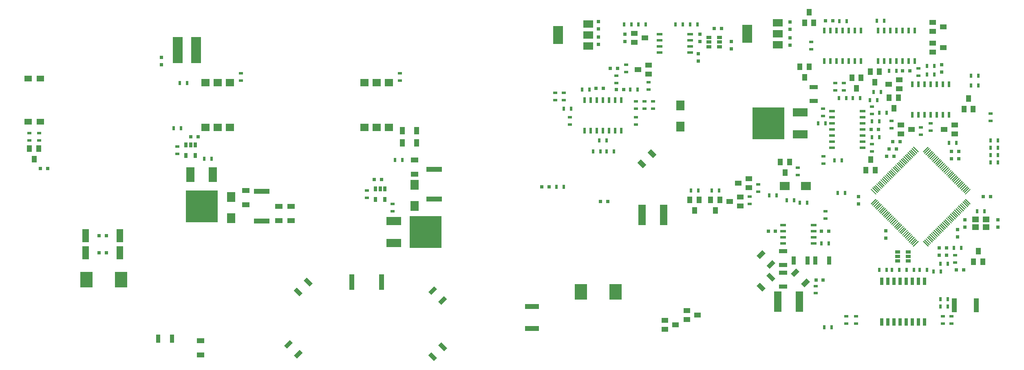
<source format=gbr>
G04 #@! TF.FileFunction,Paste,Top*
%FSLAX46Y46*%
G04 Gerber Fmt 4.6, Leading zero omitted, Abs format (unit mm)*
G04 Created by KiCad (PCBNEW 4.0.2-stable) date 07/03/2018 11:08:36*
%MOMM*%
G01*
G04 APERTURE LIST*
%ADD10C,0.100000*%
%ADD11R,0.900000X0.500000*%
%ADD12R,0.500000X0.900000*%
%ADD13R,0.800000X0.750000*%
%ADD14R,1.600000X1.000000*%
%ADD15R,1.000000X1.600000*%
%ADD16R,3.000000X1.000000*%
%ADD17R,1.400000X1.150000*%
%ADD18R,0.508000X1.143000*%
%ADD19R,2.000000X3.800000*%
%ADD20R,2.000000X1.500000*%
%ADD21R,1.143000X0.508000*%
%ADD22R,1.060000X0.650000*%
%ADD23R,0.650000X1.060000*%
%ADD24R,1.780000X1.520000*%
%ADD25R,0.760000X1.650000*%
%ADD26R,3.200000X1.000000*%
%ADD27R,0.900000X1.700000*%
%ADD28R,1.000000X3.200000*%
%ADD29R,1.700000X0.900000*%
%ADD30R,3.048000X1.651000*%
%ADD31R,6.700520X6.700520*%
%ADD32R,1.000000X1.400000*%
%ADD33R,1.651000X3.048000*%
%ADD34R,1.400000X1.000000*%
%ADD35R,1.500000X4.200000*%
%ADD36R,1.470000X2.770000*%
%ADD37R,1.800000X2.100000*%
%ADD38R,2.100000X1.800000*%
%ADD39R,2.600000X3.200000*%
%ADD40R,1.000000X3.000000*%
%ADD41R,0.750000X0.800000*%
%ADD42R,2.148840X5.499100*%
%ADD43R,1.498600X1.297940*%
G04 APERTURE END LIST*
D10*
D11*
X267462000Y-194806000D03*
X267462000Y-193306000D03*
D12*
X259600000Y-192024000D03*
X261100000Y-192024000D03*
D11*
X269240000Y-190766000D03*
X269240000Y-192266000D03*
D12*
X282396500Y-203073000D03*
X283896500Y-203073000D03*
D13*
X236486000Y-194310000D03*
X237986000Y-194310000D03*
D14*
X197866000Y-185698000D03*
X197866000Y-188698000D03*
D15*
X198350000Y-182118000D03*
X195350000Y-182118000D03*
D16*
X222250000Y-220740000D03*
X222250000Y-216140000D03*
D14*
X153416000Y-226290000D03*
X153416000Y-223290000D03*
X162814000Y-195048000D03*
X162814000Y-192048000D03*
D13*
X152896000Y-180848000D03*
X151396000Y-180848000D03*
X292747000Y-179324000D03*
X294247000Y-179324000D03*
X281253500Y-210629500D03*
X282753500Y-210629500D03*
D17*
X314368000Y-199682000D03*
X314368000Y-198082000D03*
X316568000Y-198082000D03*
X316568000Y-199682000D03*
D18*
X282956000Y-165100000D03*
X284226000Y-165100000D03*
X285496000Y-165100000D03*
X286766000Y-165100000D03*
X288036000Y-165100000D03*
X289306000Y-165100000D03*
X290576000Y-165100000D03*
X290576000Y-158750000D03*
X289306000Y-158750000D03*
X286766000Y-158750000D03*
X285496000Y-158750000D03*
X284226000Y-158750000D03*
X282956000Y-158750000D03*
X288036000Y-158750000D03*
X294132000Y-165100000D03*
X295402000Y-165100000D03*
X296672000Y-165100000D03*
X297942000Y-165100000D03*
X299212000Y-165100000D03*
X300482000Y-165100000D03*
X301752000Y-165100000D03*
X301752000Y-158750000D03*
X300482000Y-158750000D03*
X297942000Y-158750000D03*
X296672000Y-158750000D03*
X295402000Y-158750000D03*
X294132000Y-158750000D03*
X299212000Y-158750000D03*
D10*
G36*
X301558218Y-182903844D02*
X302599928Y-183945554D01*
X302438284Y-184107198D01*
X301396574Y-183065488D01*
X301558218Y-182903844D01*
X301558218Y-182903844D01*
G37*
G36*
X301270850Y-183191212D02*
X302312560Y-184232922D01*
X302150916Y-184394566D01*
X301109206Y-183352856D01*
X301270850Y-183191212D01*
X301270850Y-183191212D01*
G37*
G36*
X301001442Y-183460620D02*
X302043152Y-184502330D01*
X301881508Y-184663974D01*
X300839798Y-183622264D01*
X301001442Y-183460620D01*
X301001442Y-183460620D01*
G37*
G36*
X300714074Y-183747988D02*
X301755784Y-184789698D01*
X301594140Y-184951342D01*
X300552430Y-183909632D01*
X300714074Y-183747988D01*
X300714074Y-183747988D01*
G37*
G36*
X300426706Y-184035356D02*
X301468416Y-185077066D01*
X301306772Y-185238710D01*
X300265062Y-184197000D01*
X300426706Y-184035356D01*
X300426706Y-184035356D01*
G37*
G36*
X300139337Y-184322724D02*
X301181047Y-185364434D01*
X301019403Y-185526078D01*
X299977693Y-184484368D01*
X300139337Y-184322724D01*
X300139337Y-184322724D01*
G37*
G36*
X299869930Y-184592132D02*
X300911640Y-185633842D01*
X300749996Y-185795486D01*
X299708286Y-184753776D01*
X299869930Y-184592132D01*
X299869930Y-184592132D01*
G37*
G36*
X299582561Y-184879500D02*
X300624271Y-185921210D01*
X300462627Y-186082854D01*
X299420917Y-185041144D01*
X299582561Y-184879500D01*
X299582561Y-184879500D01*
G37*
G36*
X299295193Y-185166868D02*
X300336903Y-186208578D01*
X300175259Y-186370222D01*
X299133549Y-185328512D01*
X299295193Y-185166868D01*
X299295193Y-185166868D01*
G37*
G36*
X299007825Y-185454237D02*
X300049535Y-186495947D01*
X299887891Y-186657591D01*
X298846181Y-185615881D01*
X299007825Y-185454237D01*
X299007825Y-185454237D01*
G37*
G36*
X298738417Y-185723644D02*
X299780127Y-186765354D01*
X299618483Y-186926998D01*
X298576773Y-185885288D01*
X298738417Y-185723644D01*
X298738417Y-185723644D01*
G37*
G36*
X298451049Y-186011012D02*
X299492759Y-187052722D01*
X299331115Y-187214366D01*
X298289405Y-186172656D01*
X298451049Y-186011012D01*
X298451049Y-186011012D01*
G37*
G36*
X298163681Y-186298381D02*
X299205391Y-187340091D01*
X299043747Y-187501735D01*
X298002037Y-186460025D01*
X298163681Y-186298381D01*
X298163681Y-186298381D01*
G37*
G36*
X297876313Y-186585749D02*
X298918023Y-187627459D01*
X298756379Y-187789103D01*
X297714669Y-186747393D01*
X297876313Y-186585749D01*
X297876313Y-186585749D01*
G37*
G36*
X297606905Y-186855157D02*
X298648615Y-187896867D01*
X298486971Y-188058511D01*
X297445261Y-187016801D01*
X297606905Y-186855157D01*
X297606905Y-186855157D01*
G37*
G36*
X297319537Y-187142525D02*
X298361247Y-188184235D01*
X298199603Y-188345879D01*
X297157893Y-187304169D01*
X297319537Y-187142525D01*
X297319537Y-187142525D01*
G37*
G36*
X297032169Y-187429893D02*
X298073879Y-188471603D01*
X297912235Y-188633247D01*
X296870525Y-187591537D01*
X297032169Y-187429893D01*
X297032169Y-187429893D01*
G37*
G36*
X296744801Y-187717261D02*
X297786511Y-188758971D01*
X297624867Y-188920615D01*
X296583157Y-187878905D01*
X296744801Y-187717261D01*
X296744801Y-187717261D01*
G37*
G36*
X296475393Y-187986669D02*
X297517103Y-189028379D01*
X297355459Y-189190023D01*
X296313749Y-188148313D01*
X296475393Y-187986669D01*
X296475393Y-187986669D01*
G37*
G36*
X296188025Y-188274037D02*
X297229735Y-189315747D01*
X297068091Y-189477391D01*
X296026381Y-188435681D01*
X296188025Y-188274037D01*
X296188025Y-188274037D01*
G37*
G36*
X295900656Y-188561405D02*
X296942366Y-189603115D01*
X296780722Y-189764759D01*
X295739012Y-188723049D01*
X295900656Y-188561405D01*
X295900656Y-188561405D01*
G37*
G36*
X295613288Y-188848773D02*
X296654998Y-189890483D01*
X296493354Y-190052127D01*
X295451644Y-189010417D01*
X295613288Y-188848773D01*
X295613288Y-188848773D01*
G37*
G36*
X295343881Y-189118181D02*
X296385591Y-190159891D01*
X296223947Y-190321535D01*
X295182237Y-189279825D01*
X295343881Y-189118181D01*
X295343881Y-189118181D01*
G37*
G36*
X295056512Y-189405549D02*
X296098222Y-190447259D01*
X295936578Y-190608903D01*
X294894868Y-189567193D01*
X295056512Y-189405549D01*
X295056512Y-189405549D01*
G37*
G36*
X294769144Y-189692917D02*
X295810854Y-190734627D01*
X295649210Y-190896271D01*
X294607500Y-189854561D01*
X294769144Y-189692917D01*
X294769144Y-189692917D01*
G37*
G36*
X294481776Y-189980286D02*
X295523486Y-191021996D01*
X295361842Y-191183640D01*
X294320132Y-190141930D01*
X294481776Y-189980286D01*
X294481776Y-189980286D01*
G37*
G36*
X294212368Y-190249693D02*
X295254078Y-191291403D01*
X295092434Y-191453047D01*
X294050724Y-190411337D01*
X294212368Y-190249693D01*
X294212368Y-190249693D01*
G37*
G36*
X293925000Y-190537062D02*
X294966710Y-191578772D01*
X294805066Y-191740416D01*
X293763356Y-190698706D01*
X293925000Y-190537062D01*
X293925000Y-190537062D01*
G37*
G36*
X293637632Y-190824430D02*
X294679342Y-191866140D01*
X294517698Y-192027784D01*
X293475988Y-190986074D01*
X293637632Y-190824430D01*
X293637632Y-190824430D01*
G37*
G36*
X293350264Y-191111798D02*
X294391974Y-192153508D01*
X294230330Y-192315152D01*
X293188620Y-191273442D01*
X293350264Y-191111798D01*
X293350264Y-191111798D01*
G37*
G36*
X293080856Y-191381206D02*
X294122566Y-192422916D01*
X293960922Y-192584560D01*
X292919212Y-191542850D01*
X293080856Y-191381206D01*
X293080856Y-191381206D01*
G37*
G36*
X292793488Y-191668574D02*
X293835198Y-192710284D01*
X293673554Y-192871928D01*
X292631844Y-191830218D01*
X292793488Y-191668574D01*
X292793488Y-191668574D01*
G37*
G36*
X293835198Y-193877716D02*
X292793488Y-194919426D01*
X292631844Y-194757782D01*
X293673554Y-193716072D01*
X293835198Y-193877716D01*
X293835198Y-193877716D01*
G37*
G36*
X294122566Y-194165084D02*
X293080856Y-195206794D01*
X292919212Y-195045150D01*
X293960922Y-194003440D01*
X294122566Y-194165084D01*
X294122566Y-194165084D01*
G37*
G36*
X294391974Y-194434492D02*
X293350264Y-195476202D01*
X293188620Y-195314558D01*
X294230330Y-194272848D01*
X294391974Y-194434492D01*
X294391974Y-194434492D01*
G37*
G36*
X294679342Y-194721860D02*
X293637632Y-195763570D01*
X293475988Y-195601926D01*
X294517698Y-194560216D01*
X294679342Y-194721860D01*
X294679342Y-194721860D01*
G37*
G36*
X294966710Y-195009228D02*
X293925000Y-196050938D01*
X293763356Y-195889294D01*
X294805066Y-194847584D01*
X294966710Y-195009228D01*
X294966710Y-195009228D01*
G37*
G36*
X295254078Y-195296597D02*
X294212368Y-196338307D01*
X294050724Y-196176663D01*
X295092434Y-195134953D01*
X295254078Y-195296597D01*
X295254078Y-195296597D01*
G37*
G36*
X295523486Y-195566004D02*
X294481776Y-196607714D01*
X294320132Y-196446070D01*
X295361842Y-195404360D01*
X295523486Y-195566004D01*
X295523486Y-195566004D01*
G37*
G36*
X295810854Y-195853373D02*
X294769144Y-196895083D01*
X294607500Y-196733439D01*
X295649210Y-195691729D01*
X295810854Y-195853373D01*
X295810854Y-195853373D01*
G37*
G36*
X296098222Y-196140741D02*
X295056512Y-197182451D01*
X294894868Y-197020807D01*
X295936578Y-195979097D01*
X296098222Y-196140741D01*
X296098222Y-196140741D01*
G37*
G36*
X296385591Y-196428109D02*
X295343881Y-197469819D01*
X295182237Y-197308175D01*
X296223947Y-196266465D01*
X296385591Y-196428109D01*
X296385591Y-196428109D01*
G37*
G36*
X296654998Y-196697517D02*
X295613288Y-197739227D01*
X295451644Y-197577583D01*
X296493354Y-196535873D01*
X296654998Y-196697517D01*
X296654998Y-196697517D01*
G37*
G36*
X296942366Y-196984885D02*
X295900656Y-198026595D01*
X295739012Y-197864951D01*
X296780722Y-196823241D01*
X296942366Y-196984885D01*
X296942366Y-196984885D01*
G37*
G36*
X297229735Y-197272253D02*
X296188025Y-198313963D01*
X296026381Y-198152319D01*
X297068091Y-197110609D01*
X297229735Y-197272253D01*
X297229735Y-197272253D01*
G37*
G36*
X297517103Y-197559621D02*
X296475393Y-198601331D01*
X296313749Y-198439687D01*
X297355459Y-197397977D01*
X297517103Y-197559621D01*
X297517103Y-197559621D01*
G37*
G36*
X297786511Y-197829029D02*
X296744801Y-198870739D01*
X296583157Y-198709095D01*
X297624867Y-197667385D01*
X297786511Y-197829029D01*
X297786511Y-197829029D01*
G37*
G36*
X298073879Y-198116397D02*
X297032169Y-199158107D01*
X296870525Y-198996463D01*
X297912235Y-197954753D01*
X298073879Y-198116397D01*
X298073879Y-198116397D01*
G37*
G36*
X298361247Y-198403765D02*
X297319537Y-199445475D01*
X297157893Y-199283831D01*
X298199603Y-198242121D01*
X298361247Y-198403765D01*
X298361247Y-198403765D01*
G37*
G36*
X298648615Y-198691133D02*
X297606905Y-199732843D01*
X297445261Y-199571199D01*
X298486971Y-198529489D01*
X298648615Y-198691133D01*
X298648615Y-198691133D01*
G37*
G36*
X298918023Y-198960541D02*
X297876313Y-200002251D01*
X297714669Y-199840607D01*
X298756379Y-198798897D01*
X298918023Y-198960541D01*
X298918023Y-198960541D01*
G37*
G36*
X299205391Y-199247909D02*
X298163681Y-200289619D01*
X298002037Y-200127975D01*
X299043747Y-199086265D01*
X299205391Y-199247909D01*
X299205391Y-199247909D01*
G37*
G36*
X299492759Y-199535278D02*
X298451049Y-200576988D01*
X298289405Y-200415344D01*
X299331115Y-199373634D01*
X299492759Y-199535278D01*
X299492759Y-199535278D01*
G37*
G36*
X299780127Y-199822646D02*
X298738417Y-200864356D01*
X298576773Y-200702712D01*
X299618483Y-199661002D01*
X299780127Y-199822646D01*
X299780127Y-199822646D01*
G37*
G36*
X300049535Y-200092053D02*
X299007825Y-201133763D01*
X298846181Y-200972119D01*
X299887891Y-199930409D01*
X300049535Y-200092053D01*
X300049535Y-200092053D01*
G37*
G36*
X300336903Y-200379422D02*
X299295193Y-201421132D01*
X299133549Y-201259488D01*
X300175259Y-200217778D01*
X300336903Y-200379422D01*
X300336903Y-200379422D01*
G37*
G36*
X300624271Y-200666790D02*
X299582561Y-201708500D01*
X299420917Y-201546856D01*
X300462627Y-200505146D01*
X300624271Y-200666790D01*
X300624271Y-200666790D01*
G37*
G36*
X300911640Y-200954158D02*
X299869930Y-201995868D01*
X299708286Y-201834224D01*
X300749996Y-200792514D01*
X300911640Y-200954158D01*
X300911640Y-200954158D01*
G37*
G36*
X301181047Y-201223566D02*
X300139337Y-202265276D01*
X299977693Y-202103632D01*
X301019403Y-201061922D01*
X301181047Y-201223566D01*
X301181047Y-201223566D01*
G37*
G36*
X301468416Y-201510934D02*
X300426706Y-202552644D01*
X300265062Y-202391000D01*
X301306772Y-201349290D01*
X301468416Y-201510934D01*
X301468416Y-201510934D01*
G37*
G36*
X301755784Y-201798302D02*
X300714074Y-202840012D01*
X300552430Y-202678368D01*
X301594140Y-201636658D01*
X301755784Y-201798302D01*
X301755784Y-201798302D01*
G37*
G36*
X302043152Y-202085670D02*
X301001442Y-203127380D01*
X300839798Y-202965736D01*
X301881508Y-201924026D01*
X302043152Y-202085670D01*
X302043152Y-202085670D01*
G37*
G36*
X302312560Y-202355078D02*
X301270850Y-203396788D01*
X301109206Y-203235144D01*
X302150916Y-202193434D01*
X302312560Y-202355078D01*
X302312560Y-202355078D01*
G37*
G36*
X302599928Y-202642446D02*
X301558218Y-203684156D01*
X301396574Y-203522512D01*
X302438284Y-202480802D01*
X302599928Y-202642446D01*
X302599928Y-202642446D01*
G37*
G36*
X303605716Y-202480802D02*
X304647426Y-203522512D01*
X304485782Y-203684156D01*
X303444072Y-202642446D01*
X303605716Y-202480802D01*
X303605716Y-202480802D01*
G37*
G36*
X303893084Y-202193434D02*
X304934794Y-203235144D01*
X304773150Y-203396788D01*
X303731440Y-202355078D01*
X303893084Y-202193434D01*
X303893084Y-202193434D01*
G37*
G36*
X304162492Y-201924026D02*
X305204202Y-202965736D01*
X305042558Y-203127380D01*
X304000848Y-202085670D01*
X304162492Y-201924026D01*
X304162492Y-201924026D01*
G37*
G36*
X304449860Y-201636658D02*
X305491570Y-202678368D01*
X305329926Y-202840012D01*
X304288216Y-201798302D01*
X304449860Y-201636658D01*
X304449860Y-201636658D01*
G37*
G36*
X304737228Y-201349290D02*
X305778938Y-202391000D01*
X305617294Y-202552644D01*
X304575584Y-201510934D01*
X304737228Y-201349290D01*
X304737228Y-201349290D01*
G37*
G36*
X305024597Y-201061922D02*
X306066307Y-202103632D01*
X305904663Y-202265276D01*
X304862953Y-201223566D01*
X305024597Y-201061922D01*
X305024597Y-201061922D01*
G37*
G36*
X305294004Y-200792514D02*
X306335714Y-201834224D01*
X306174070Y-201995868D01*
X305132360Y-200954158D01*
X305294004Y-200792514D01*
X305294004Y-200792514D01*
G37*
G36*
X305581373Y-200505146D02*
X306623083Y-201546856D01*
X306461439Y-201708500D01*
X305419729Y-200666790D01*
X305581373Y-200505146D01*
X305581373Y-200505146D01*
G37*
G36*
X305868741Y-200217778D02*
X306910451Y-201259488D01*
X306748807Y-201421132D01*
X305707097Y-200379422D01*
X305868741Y-200217778D01*
X305868741Y-200217778D01*
G37*
G36*
X306156109Y-199930409D02*
X307197819Y-200972119D01*
X307036175Y-201133763D01*
X305994465Y-200092053D01*
X306156109Y-199930409D01*
X306156109Y-199930409D01*
G37*
G36*
X306425517Y-199661002D02*
X307467227Y-200702712D01*
X307305583Y-200864356D01*
X306263873Y-199822646D01*
X306425517Y-199661002D01*
X306425517Y-199661002D01*
G37*
G36*
X306712885Y-199373634D02*
X307754595Y-200415344D01*
X307592951Y-200576988D01*
X306551241Y-199535278D01*
X306712885Y-199373634D01*
X306712885Y-199373634D01*
G37*
G36*
X307000253Y-199086265D02*
X308041963Y-200127975D01*
X307880319Y-200289619D01*
X306838609Y-199247909D01*
X307000253Y-199086265D01*
X307000253Y-199086265D01*
G37*
G36*
X307287621Y-198798897D02*
X308329331Y-199840607D01*
X308167687Y-200002251D01*
X307125977Y-198960541D01*
X307287621Y-198798897D01*
X307287621Y-198798897D01*
G37*
G36*
X307557029Y-198529489D02*
X308598739Y-199571199D01*
X308437095Y-199732843D01*
X307395385Y-198691133D01*
X307557029Y-198529489D01*
X307557029Y-198529489D01*
G37*
G36*
X307844397Y-198242121D02*
X308886107Y-199283831D01*
X308724463Y-199445475D01*
X307682753Y-198403765D01*
X307844397Y-198242121D01*
X307844397Y-198242121D01*
G37*
G36*
X308131765Y-197954753D02*
X309173475Y-198996463D01*
X309011831Y-199158107D01*
X307970121Y-198116397D01*
X308131765Y-197954753D01*
X308131765Y-197954753D01*
G37*
G36*
X308419133Y-197667385D02*
X309460843Y-198709095D01*
X309299199Y-198870739D01*
X308257489Y-197829029D01*
X308419133Y-197667385D01*
X308419133Y-197667385D01*
G37*
G36*
X308688541Y-197397977D02*
X309730251Y-198439687D01*
X309568607Y-198601331D01*
X308526897Y-197559621D01*
X308688541Y-197397977D01*
X308688541Y-197397977D01*
G37*
G36*
X308975909Y-197110609D02*
X310017619Y-198152319D01*
X309855975Y-198313963D01*
X308814265Y-197272253D01*
X308975909Y-197110609D01*
X308975909Y-197110609D01*
G37*
G36*
X309263278Y-196823241D02*
X310304988Y-197864951D01*
X310143344Y-198026595D01*
X309101634Y-196984885D01*
X309263278Y-196823241D01*
X309263278Y-196823241D01*
G37*
G36*
X309550646Y-196535873D02*
X310592356Y-197577583D01*
X310430712Y-197739227D01*
X309389002Y-196697517D01*
X309550646Y-196535873D01*
X309550646Y-196535873D01*
G37*
G36*
X309820053Y-196266465D02*
X310861763Y-197308175D01*
X310700119Y-197469819D01*
X309658409Y-196428109D01*
X309820053Y-196266465D01*
X309820053Y-196266465D01*
G37*
G36*
X310107422Y-195979097D02*
X311149132Y-197020807D01*
X310987488Y-197182451D01*
X309945778Y-196140741D01*
X310107422Y-195979097D01*
X310107422Y-195979097D01*
G37*
G36*
X310394790Y-195691729D02*
X311436500Y-196733439D01*
X311274856Y-196895083D01*
X310233146Y-195853373D01*
X310394790Y-195691729D01*
X310394790Y-195691729D01*
G37*
G36*
X310682158Y-195404360D02*
X311723868Y-196446070D01*
X311562224Y-196607714D01*
X310520514Y-195566004D01*
X310682158Y-195404360D01*
X310682158Y-195404360D01*
G37*
G36*
X310951566Y-195134953D02*
X311993276Y-196176663D01*
X311831632Y-196338307D01*
X310789922Y-195296597D01*
X310951566Y-195134953D01*
X310951566Y-195134953D01*
G37*
G36*
X311238934Y-194847584D02*
X312280644Y-195889294D01*
X312119000Y-196050938D01*
X311077290Y-195009228D01*
X311238934Y-194847584D01*
X311238934Y-194847584D01*
G37*
G36*
X311526302Y-194560216D02*
X312568012Y-195601926D01*
X312406368Y-195763570D01*
X311364658Y-194721860D01*
X311526302Y-194560216D01*
X311526302Y-194560216D01*
G37*
G36*
X311813670Y-194272848D02*
X312855380Y-195314558D01*
X312693736Y-195476202D01*
X311652026Y-194434492D01*
X311813670Y-194272848D01*
X311813670Y-194272848D01*
G37*
G36*
X312083078Y-194003440D02*
X313124788Y-195045150D01*
X312963144Y-195206794D01*
X311921434Y-194165084D01*
X312083078Y-194003440D01*
X312083078Y-194003440D01*
G37*
G36*
X312370446Y-193716072D02*
X313412156Y-194757782D01*
X313250512Y-194919426D01*
X312208802Y-193877716D01*
X312370446Y-193716072D01*
X312370446Y-193716072D01*
G37*
G36*
X313412156Y-191830218D02*
X312370446Y-192871928D01*
X312208802Y-192710284D01*
X313250512Y-191668574D01*
X313412156Y-191830218D01*
X313412156Y-191830218D01*
G37*
G36*
X313124788Y-191542850D02*
X312083078Y-192584560D01*
X311921434Y-192422916D01*
X312963144Y-191381206D01*
X313124788Y-191542850D01*
X313124788Y-191542850D01*
G37*
G36*
X312855380Y-191273442D02*
X311813670Y-192315152D01*
X311652026Y-192153508D01*
X312693736Y-191111798D01*
X312855380Y-191273442D01*
X312855380Y-191273442D01*
G37*
G36*
X312568012Y-190986074D02*
X311526302Y-192027784D01*
X311364658Y-191866140D01*
X312406368Y-190824430D01*
X312568012Y-190986074D01*
X312568012Y-190986074D01*
G37*
G36*
X312280644Y-190698706D02*
X311238934Y-191740416D01*
X311077290Y-191578772D01*
X312119000Y-190537062D01*
X312280644Y-190698706D01*
X312280644Y-190698706D01*
G37*
G36*
X311993276Y-190411337D02*
X310951566Y-191453047D01*
X310789922Y-191291403D01*
X311831632Y-190249693D01*
X311993276Y-190411337D01*
X311993276Y-190411337D01*
G37*
G36*
X311723868Y-190141930D02*
X310682158Y-191183640D01*
X310520514Y-191021996D01*
X311562224Y-189980286D01*
X311723868Y-190141930D01*
X311723868Y-190141930D01*
G37*
G36*
X311436500Y-189854561D02*
X310394790Y-190896271D01*
X310233146Y-190734627D01*
X311274856Y-189692917D01*
X311436500Y-189854561D01*
X311436500Y-189854561D01*
G37*
G36*
X311149132Y-189567193D02*
X310107422Y-190608903D01*
X309945778Y-190447259D01*
X310987488Y-189405549D01*
X311149132Y-189567193D01*
X311149132Y-189567193D01*
G37*
G36*
X310861763Y-189279825D02*
X309820053Y-190321535D01*
X309658409Y-190159891D01*
X310700119Y-189118181D01*
X310861763Y-189279825D01*
X310861763Y-189279825D01*
G37*
G36*
X310592356Y-189010417D02*
X309550646Y-190052127D01*
X309389002Y-189890483D01*
X310430712Y-188848773D01*
X310592356Y-189010417D01*
X310592356Y-189010417D01*
G37*
G36*
X310304988Y-188723049D02*
X309263278Y-189764759D01*
X309101634Y-189603115D01*
X310143344Y-188561405D01*
X310304988Y-188723049D01*
X310304988Y-188723049D01*
G37*
G36*
X310017619Y-188435681D02*
X308975909Y-189477391D01*
X308814265Y-189315747D01*
X309855975Y-188274037D01*
X310017619Y-188435681D01*
X310017619Y-188435681D01*
G37*
G36*
X309730251Y-188148313D02*
X308688541Y-189190023D01*
X308526897Y-189028379D01*
X309568607Y-187986669D01*
X309730251Y-188148313D01*
X309730251Y-188148313D01*
G37*
G36*
X309460843Y-187878905D02*
X308419133Y-188920615D01*
X308257489Y-188758971D01*
X309299199Y-187717261D01*
X309460843Y-187878905D01*
X309460843Y-187878905D01*
G37*
G36*
X309173475Y-187591537D02*
X308131765Y-188633247D01*
X307970121Y-188471603D01*
X309011831Y-187429893D01*
X309173475Y-187591537D01*
X309173475Y-187591537D01*
G37*
G36*
X308886107Y-187304169D02*
X307844397Y-188345879D01*
X307682753Y-188184235D01*
X308724463Y-187142525D01*
X308886107Y-187304169D01*
X308886107Y-187304169D01*
G37*
G36*
X308598739Y-187016801D02*
X307557029Y-188058511D01*
X307395385Y-187896867D01*
X308437095Y-186855157D01*
X308598739Y-187016801D01*
X308598739Y-187016801D01*
G37*
G36*
X308329331Y-186747393D02*
X307287621Y-187789103D01*
X307125977Y-187627459D01*
X308167687Y-186585749D01*
X308329331Y-186747393D01*
X308329331Y-186747393D01*
G37*
G36*
X308041963Y-186460025D02*
X307000253Y-187501735D01*
X306838609Y-187340091D01*
X307880319Y-186298381D01*
X308041963Y-186460025D01*
X308041963Y-186460025D01*
G37*
G36*
X307754595Y-186172656D02*
X306712885Y-187214366D01*
X306551241Y-187052722D01*
X307592951Y-186011012D01*
X307754595Y-186172656D01*
X307754595Y-186172656D01*
G37*
G36*
X307467227Y-185885288D02*
X306425517Y-186926998D01*
X306263873Y-186765354D01*
X307305583Y-185723644D01*
X307467227Y-185885288D01*
X307467227Y-185885288D01*
G37*
G36*
X307197819Y-185615881D02*
X306156109Y-186657591D01*
X305994465Y-186495947D01*
X307036175Y-185454237D01*
X307197819Y-185615881D01*
X307197819Y-185615881D01*
G37*
G36*
X306910451Y-185328512D02*
X305868741Y-186370222D01*
X305707097Y-186208578D01*
X306748807Y-185166868D01*
X306910451Y-185328512D01*
X306910451Y-185328512D01*
G37*
G36*
X306623083Y-185041144D02*
X305581373Y-186082854D01*
X305419729Y-185921210D01*
X306461439Y-184879500D01*
X306623083Y-185041144D01*
X306623083Y-185041144D01*
G37*
G36*
X306335714Y-184753776D02*
X305294004Y-185795486D01*
X305132360Y-185633842D01*
X306174070Y-184592132D01*
X306335714Y-184753776D01*
X306335714Y-184753776D01*
G37*
G36*
X306066307Y-184484368D02*
X305024597Y-185526078D01*
X304862953Y-185364434D01*
X305904663Y-184322724D01*
X306066307Y-184484368D01*
X306066307Y-184484368D01*
G37*
G36*
X305778938Y-184197000D02*
X304737228Y-185238710D01*
X304575584Y-185077066D01*
X305617294Y-184035356D01*
X305778938Y-184197000D01*
X305778938Y-184197000D01*
G37*
G36*
X305491570Y-183909632D02*
X304449860Y-184951342D01*
X304288216Y-184789698D01*
X305329926Y-183747988D01*
X305491570Y-183909632D01*
X305491570Y-183909632D01*
G37*
G36*
X305204202Y-183622264D02*
X304162492Y-184663974D01*
X304000848Y-184502330D01*
X305042558Y-183460620D01*
X305204202Y-183622264D01*
X305204202Y-183622264D01*
G37*
G36*
X304934794Y-183352856D02*
X303893084Y-184394566D01*
X303731440Y-184232922D01*
X304773150Y-183191212D01*
X304934794Y-183352856D01*
X304934794Y-183352856D01*
G37*
G36*
X304647426Y-183065488D02*
X303605716Y-184107198D01*
X303444072Y-183945554D01*
X304485782Y-182903844D01*
X304647426Y-183065488D01*
X304647426Y-183065488D01*
G37*
D19*
X267004400Y-159461200D03*
D20*
X273304400Y-159461200D03*
X273304400Y-157161200D03*
X273304400Y-161761200D03*
D19*
X227672500Y-159702500D03*
D20*
X233972500Y-159702500D03*
X233972500Y-157402500D03*
X233972500Y-162002500D03*
D21*
X248793000Y-163322000D03*
X248793000Y-162052000D03*
X248793000Y-160782000D03*
X248793000Y-159512000D03*
X255143000Y-159512000D03*
X255143000Y-160782000D03*
X255143000Y-162052000D03*
X255143000Y-163322000D03*
D22*
X258996000Y-160213000D03*
X258996000Y-161163000D03*
X258996000Y-162113000D03*
X261196000Y-162113000D03*
X261196000Y-160213000D03*
X261196000Y-161163000D03*
D23*
X191704000Y-191686000D03*
X190754000Y-191686000D03*
X189804000Y-191686000D03*
X189804000Y-193886000D03*
X191704000Y-193886000D03*
D24*
X192532000Y-169609000D03*
X189992000Y-169609000D03*
X187452000Y-169609000D03*
X187452000Y-178879000D03*
X189992000Y-178879000D03*
X192532000Y-178879000D03*
D23*
X152334000Y-182542000D03*
X151384000Y-182542000D03*
X150434000Y-182542000D03*
X150434000Y-184742000D03*
X152334000Y-184742000D03*
D18*
X308864000Y-169926000D03*
X307594000Y-169926000D03*
X306324000Y-169926000D03*
X305054000Y-169926000D03*
X303784000Y-169926000D03*
X302514000Y-169926000D03*
X301244000Y-169926000D03*
X301244000Y-176276000D03*
X302514000Y-176276000D03*
X305054000Y-176276000D03*
X306324000Y-176276000D03*
X307594000Y-176276000D03*
X308864000Y-176276000D03*
X303784000Y-176276000D03*
X233172000Y-179578000D03*
X234442000Y-179578000D03*
X235712000Y-179578000D03*
X236982000Y-179578000D03*
X238252000Y-179578000D03*
X239522000Y-179578000D03*
X240792000Y-179578000D03*
X240792000Y-173228000D03*
X239522000Y-173228000D03*
X236982000Y-173228000D03*
X235712000Y-173228000D03*
X234442000Y-173228000D03*
X233172000Y-173228000D03*
X238252000Y-173228000D03*
D21*
X290957000Y-183134000D03*
X290957000Y-181864000D03*
X290957000Y-180594000D03*
X290957000Y-179324000D03*
X290957000Y-178054000D03*
X290957000Y-176784000D03*
X290957000Y-175514000D03*
X284607000Y-175514000D03*
X284607000Y-176784000D03*
X284607000Y-179324000D03*
X284607000Y-180594000D03*
X284607000Y-181864000D03*
X284607000Y-183134000D03*
X284607000Y-178054000D03*
D25*
X303784000Y-219393000D03*
X303784000Y-210883000D03*
X302514000Y-219393000D03*
X302514000Y-210883000D03*
X301244000Y-219393000D03*
X301244000Y-210883000D03*
X299974000Y-219393000D03*
X299974000Y-210883000D03*
X298704000Y-219393000D03*
X298704000Y-210883000D03*
X297434000Y-219393000D03*
X297434000Y-210883000D03*
X296164000Y-219393000D03*
X296164000Y-210883000D03*
X294894000Y-219393000D03*
X294894000Y-210883000D03*
D12*
X319012000Y-186182000D03*
X317512000Y-186182000D03*
X319012000Y-184658000D03*
X317512000Y-184658000D03*
X319012000Y-183134000D03*
X317512000Y-183134000D03*
X319012000Y-181610000D03*
X317512000Y-181610000D03*
D11*
X307594000Y-219698000D03*
X307594000Y-218198000D03*
X309372000Y-219698000D03*
X309372000Y-218198000D03*
D12*
X307098000Y-216154000D03*
X308598000Y-216154000D03*
X307098000Y-214630000D03*
X308598000Y-214630000D03*
X295898000Y-208534000D03*
X294398000Y-208534000D03*
X297065000Y-208534000D03*
X298565000Y-208534000D03*
X301613000Y-208534000D03*
X300113000Y-208534000D03*
X302780000Y-208534000D03*
X304280000Y-208534000D03*
D11*
X287528000Y-218198000D03*
X287528000Y-219698000D03*
X289560000Y-218198000D03*
X289560000Y-219698000D03*
D12*
X314718000Y-196342000D03*
X316218000Y-196342000D03*
X307098000Y-207264000D03*
X308598000Y-207264000D03*
X307201000Y-208915000D03*
X305701000Y-208915000D03*
X311392000Y-203962000D03*
X309892000Y-203962000D03*
D11*
X310134000Y-206998000D03*
X310134000Y-205498000D03*
D12*
X295390000Y-156718000D03*
X293890000Y-156718000D03*
X296430000Y-167132000D03*
X297930000Y-167132000D03*
X310376000Y-182118000D03*
X308876000Y-182118000D03*
X284468000Y-220472000D03*
X282968000Y-220472000D03*
X277888000Y-194564000D03*
X279388000Y-194564000D03*
X252107000Y-157480000D03*
X253607000Y-157480000D03*
X255155000Y-157480000D03*
X256655000Y-157480000D03*
D11*
X193294000Y-194830000D03*
X193294000Y-196330000D03*
D26*
X201930000Y-187654000D03*
X201930000Y-193854000D03*
D12*
X195314000Y-185674000D03*
X193814000Y-185674000D03*
D11*
X187960000Y-192036000D03*
X187960000Y-193536000D03*
X194818000Y-167652000D03*
X194818000Y-169152000D03*
X303022000Y-178955000D03*
X303022000Y-180455000D03*
D12*
X286627000Y-185801000D03*
X285127000Y-185801000D03*
D11*
X282829000Y-184924000D03*
X282829000Y-186424000D03*
D10*
G36*
X174009538Y-214034544D02*
X172807456Y-212832462D01*
X173443852Y-212196066D01*
X174645934Y-213398148D01*
X174009538Y-214034544D01*
X174009538Y-214034544D01*
G37*
G36*
X176060148Y-211983934D02*
X174858066Y-210781852D01*
X175494462Y-210145456D01*
X176696544Y-211347538D01*
X176060148Y-211983934D01*
X176060148Y-211983934D01*
G37*
G36*
X174664544Y-225786462D02*
X173462462Y-226988544D01*
X172826066Y-226352148D01*
X174028148Y-225150066D01*
X174664544Y-225786462D01*
X174664544Y-225786462D01*
G37*
G36*
X172613934Y-223735852D02*
X171411852Y-224937934D01*
X170775456Y-224301538D01*
X171977538Y-223099456D01*
X172613934Y-223735852D01*
X172613934Y-223735852D01*
G37*
G36*
X204636544Y-214610462D02*
X203434462Y-215812544D01*
X202798066Y-215176148D01*
X204000148Y-213974066D01*
X204636544Y-214610462D01*
X204636544Y-214610462D01*
G37*
G36*
X202585934Y-212559852D02*
X201383852Y-213761934D01*
X200747456Y-213125538D01*
X201949538Y-211923456D01*
X202585934Y-212559852D01*
X202585934Y-212559852D01*
G37*
G36*
X201949538Y-227496544D02*
X200747456Y-226294462D01*
X201383852Y-225658066D01*
X202585934Y-226860148D01*
X201949538Y-227496544D01*
X201949538Y-227496544D01*
G37*
G36*
X204000148Y-225445934D02*
X202798066Y-224243852D01*
X203434462Y-223607456D01*
X204636544Y-224809538D01*
X204000148Y-225445934D01*
X204000148Y-225445934D01*
G37*
D27*
X144600000Y-222885000D03*
X147500000Y-222885000D03*
D28*
X184860000Y-211074000D03*
X191060000Y-211074000D03*
D12*
X154190000Y-185420000D03*
X155690000Y-185420000D03*
D26*
X166116000Y-198426000D03*
X166116000Y-192226000D03*
D12*
X147840000Y-179070000D03*
X149340000Y-179070000D03*
D11*
X148590000Y-182892000D03*
X148590000Y-184392000D03*
X161798000Y-167652000D03*
X161798000Y-169152000D03*
X247396000Y-174994000D03*
X247396000Y-173494000D03*
X227076000Y-173216000D03*
X227076000Y-171716000D03*
X285242000Y-169684000D03*
X285242000Y-171184000D03*
X287020000Y-171184000D03*
X287020000Y-169684000D03*
D12*
X287516000Y-172847000D03*
X286016000Y-172847000D03*
X288937000Y-172847000D03*
X290437000Y-172847000D03*
X281698000Y-178054000D03*
X283198000Y-178054000D03*
D11*
X277495000Y-187337000D03*
X277495000Y-188837000D03*
D29*
X280797000Y-173408000D03*
X280797000Y-170508000D03*
D11*
X282702000Y-176518000D03*
X282702000Y-175018000D03*
D12*
X271538000Y-193040000D03*
X273038000Y-193040000D03*
D11*
X302514000Y-168136000D03*
X302514000Y-166636000D03*
X305054000Y-179566000D03*
X305054000Y-178066000D03*
X241808000Y-165874000D03*
X241808000Y-167374000D03*
X239776000Y-169660000D03*
X239776000Y-168160000D03*
D12*
X244209000Y-171069000D03*
X242709000Y-171069000D03*
X304304000Y-166116000D03*
X305804000Y-166116000D03*
X305804000Y-167894000D03*
X304304000Y-167894000D03*
D11*
X296926000Y-177558000D03*
X296926000Y-179058000D03*
D12*
X234176000Y-171069000D03*
X232676000Y-171069000D03*
D11*
X246507000Y-171057000D03*
X246507000Y-169557000D03*
X243840000Y-174994000D03*
X243840000Y-173494000D03*
X245618000Y-174994000D03*
X245618000Y-173494000D03*
D12*
X228866000Y-175006000D03*
X230366000Y-175006000D03*
D11*
X228854000Y-173216000D03*
X228854000Y-171716000D03*
X243840000Y-176796000D03*
X243840000Y-178296000D03*
X230124000Y-176796000D03*
X230124000Y-178296000D03*
D12*
X236232000Y-181610000D03*
X237732000Y-181610000D03*
X234962000Y-183896000D03*
X236462000Y-183896000D03*
X239256000Y-183896000D03*
X237756000Y-183896000D03*
X255282000Y-192024000D03*
X256782000Y-192024000D03*
X293255000Y-171577000D03*
X294755000Y-171577000D03*
X292493000Y-173228000D03*
X293993000Y-173228000D03*
D11*
X292862000Y-176137000D03*
X292862000Y-174637000D03*
D12*
X294398000Y-175895000D03*
X295898000Y-175895000D03*
X294374000Y-177673000D03*
X292874000Y-177673000D03*
D11*
X292862000Y-182384000D03*
X292862000Y-183884000D03*
D12*
X292874000Y-180975000D03*
X294374000Y-180975000D03*
D11*
X283273500Y-197854000D03*
X283273500Y-196354000D03*
D12*
X285762000Y-192532000D03*
X287262000Y-192532000D03*
X275221000Y-194056000D03*
X276721000Y-194056000D03*
D11*
X281241500Y-211911500D03*
X281241500Y-213411500D03*
D30*
X193548000Y-198358760D03*
D31*
X200197720Y-200660000D03*
D30*
X193548000Y-202961240D03*
D32*
X314010000Y-206840000D03*
X315910000Y-206840000D03*
X314960000Y-204640000D03*
D33*
X155971240Y-188722000D03*
D31*
X153670000Y-195371720D03*
D33*
X151368760Y-188722000D03*
D32*
X290637000Y-168572000D03*
X288737000Y-168572000D03*
X289687000Y-170772000D03*
X279842000Y-166286000D03*
X277942000Y-166286000D03*
X278892000Y-168486000D03*
D30*
X278003000Y-180355240D03*
D31*
X271353280Y-178054000D03*
D30*
X278003000Y-175752760D03*
D32*
X298384000Y-172763000D03*
X296484000Y-172763000D03*
X297434000Y-174963000D03*
D34*
X265514000Y-195260000D03*
X265514000Y-193360000D03*
X263314000Y-194310000D03*
X267292000Y-191450000D03*
X267292000Y-189550000D03*
X265092000Y-190500000D03*
D32*
X261300000Y-193972000D03*
X259400000Y-193972000D03*
X260350000Y-196172000D03*
X256982000Y-193972000D03*
X255082000Y-193972000D03*
X256032000Y-196172000D03*
D35*
X245146000Y-197104000D03*
X249646000Y-197104000D03*
D36*
X136652000Y-204990000D03*
X136652000Y-201410000D03*
X129540000Y-204990000D03*
X129540000Y-201410000D03*
D22*
X300439000Y-206690000D03*
X300439000Y-205740000D03*
X300439000Y-204790000D03*
X298239000Y-204790000D03*
X298239000Y-206690000D03*
X298239000Y-205740000D03*
D34*
X298534000Y-170876000D03*
X298534000Y-168976000D03*
X296334000Y-169926000D03*
D32*
X312003400Y-175115400D03*
X313903400Y-175115400D03*
X312953400Y-172915400D03*
D34*
X305478000Y-157038000D03*
X305478000Y-158938000D03*
X307678000Y-157988000D03*
D37*
X197866000Y-190840000D03*
X197866000Y-195240000D03*
X159766000Y-193380000D03*
X159766000Y-197780000D03*
D34*
X246464000Y-167828000D03*
X246464000Y-165928000D03*
X244264000Y-166878000D03*
X310091000Y-180274000D03*
X310091000Y-178374000D03*
X307891000Y-179324000D03*
X305478000Y-161356000D03*
X305478000Y-163256000D03*
X307678000Y-162306000D03*
D32*
X291658000Y-187840800D03*
X293558000Y-187840800D03*
X292608000Y-185640800D03*
D38*
X274787000Y-191135000D03*
X279187000Y-191135000D03*
D32*
X275778000Y-186098000D03*
X273878000Y-186098000D03*
X274828000Y-188298000D03*
D37*
X253111000Y-174330000D03*
X253111000Y-178730000D03*
D39*
X239600000Y-213106000D03*
X232400000Y-213106000D03*
D34*
X254424000Y-216982000D03*
X254424000Y-218882000D03*
X256624000Y-217932000D03*
X249852000Y-219014000D03*
X249852000Y-220914000D03*
X252052000Y-219964000D03*
D40*
X309993000Y-215900000D03*
X314593000Y-215900000D03*
D13*
X310400000Y-208534000D03*
X311900000Y-208534000D03*
D41*
X312166000Y-199632000D03*
X312166000Y-198132000D03*
X319024000Y-198132000D03*
X319024000Y-199632000D03*
D13*
X309384000Y-183896000D03*
X310884000Y-183896000D03*
D41*
X310642000Y-200164000D03*
X310642000Y-201664000D03*
D13*
X309384000Y-185420000D03*
X310884000Y-185420000D03*
X283222000Y-156718000D03*
X284722000Y-156718000D03*
D41*
X290068000Y-193306000D03*
X290068000Y-194806000D03*
D13*
X315988000Y-193294000D03*
X317488000Y-193294000D03*
X297930000Y-183388000D03*
X296430000Y-183388000D03*
D41*
X295783000Y-201918000D03*
X295783000Y-200418000D03*
X306832000Y-203974000D03*
X306832000Y-205474000D03*
X308356000Y-203974000D03*
X308356000Y-205474000D03*
D13*
X298692000Y-181864000D03*
X297192000Y-181864000D03*
X299224000Y-167132000D03*
X300724000Y-167132000D03*
X132346000Y-201422000D03*
X133846000Y-201422000D03*
X132346000Y-204978000D03*
X133846000Y-204978000D03*
D41*
X275844000Y-160286000D03*
X275844000Y-161786000D03*
X275844000Y-156984000D03*
X275844000Y-158484000D03*
D13*
X297422000Y-184912000D03*
X295922000Y-184912000D03*
D41*
X236093000Y-160159000D03*
X236093000Y-161659000D03*
X236093000Y-156920500D03*
X236093000Y-158420500D03*
X256794000Y-163588000D03*
X256794000Y-165088000D03*
D13*
X261608000Y-158369000D03*
X260108000Y-158369000D03*
D41*
X257175000Y-161024000D03*
X257175000Y-159524000D03*
X263652000Y-161048000D03*
X263652000Y-162548000D03*
X145288000Y-165850000D03*
X145288000Y-164350000D03*
D13*
X189496000Y-189738000D03*
X190996000Y-189738000D03*
D15*
X198350000Y-179578000D03*
X195350000Y-179578000D03*
D14*
X169672000Y-198350000D03*
X169672000Y-195350000D03*
X172212000Y-198350000D03*
X172212000Y-195350000D03*
D41*
X307340000Y-167374000D03*
X307340000Y-165874000D03*
D13*
X235597000Y-170815000D03*
X237097000Y-170815000D03*
X240018000Y-166624000D03*
X238518000Y-166624000D03*
X241288000Y-171069000D03*
X239788000Y-171069000D03*
D10*
G36*
X245277472Y-187399899D02*
X244146101Y-186268528D01*
X244853208Y-185561421D01*
X245984579Y-186692792D01*
X245277472Y-187399899D01*
X245277472Y-187399899D01*
G37*
G36*
X247398792Y-185278579D02*
X246267421Y-184147208D01*
X246974528Y-183440101D01*
X248105899Y-184571472D01*
X247398792Y-185278579D01*
X247398792Y-185278579D01*
G37*
D13*
X272847500Y-200533000D03*
X271347500Y-200533000D03*
X282396500Y-200533000D03*
X283896500Y-200533000D03*
D24*
X159512000Y-169609000D03*
X156972000Y-169609000D03*
X154432000Y-169609000D03*
X154432000Y-178879000D03*
X156972000Y-178879000D03*
X159512000Y-178879000D03*
D39*
X136950000Y-210566000D03*
X129750000Y-210566000D03*
D10*
G36*
X276023101Y-209336472D02*
X277154472Y-208205101D01*
X277861579Y-208912208D01*
X276730208Y-210043579D01*
X276023101Y-209336472D01*
X276023101Y-209336472D01*
G37*
G36*
X278144421Y-211457792D02*
X279275792Y-210326421D01*
X279982899Y-211033528D01*
X278851528Y-212164899D01*
X278144421Y-211457792D01*
X278144421Y-211457792D01*
G37*
D35*
X273340000Y-215138000D03*
X277840000Y-215138000D03*
D29*
X274447000Y-212016000D03*
X274447000Y-209116000D03*
X274447000Y-207571000D03*
X274447000Y-204671000D03*
D10*
G36*
X272835544Y-207117462D02*
X271633462Y-208319544D01*
X270997066Y-207683148D01*
X272199148Y-206481066D01*
X272835544Y-207117462D01*
X272835544Y-207117462D01*
G37*
G36*
X270784934Y-205066852D02*
X269582852Y-206268934D01*
X268946456Y-205632538D01*
X270148538Y-204430456D01*
X270784934Y-205066852D01*
X270784934Y-205066852D01*
G37*
D27*
X276616500Y-206565500D03*
X279516500Y-206565500D03*
X281125000Y-206565500D03*
X284025000Y-206565500D03*
D10*
G36*
X271633462Y-209129456D02*
X272835544Y-210331538D01*
X272199148Y-210967934D01*
X270997066Y-209765852D01*
X271633462Y-209129456D01*
X271633462Y-209129456D01*
G37*
G36*
X269582852Y-211180066D02*
X270784934Y-212382148D01*
X270148538Y-213018544D01*
X268946456Y-211816462D01*
X269582852Y-211180066D01*
X269582852Y-211180066D01*
G37*
D21*
X274447000Y-203073000D03*
X274447000Y-201803000D03*
X274447000Y-200533000D03*
X274447000Y-199263000D03*
X280797000Y-199263000D03*
X280797000Y-200533000D03*
X280797000Y-201803000D03*
X280797000Y-203073000D03*
D41*
X241554000Y-161024000D03*
X241554000Y-159524000D03*
D32*
X294447000Y-167302000D03*
X292547000Y-167302000D03*
X293497000Y-169502000D03*
X278894500Y-157119500D03*
X280794500Y-157119500D03*
X279844500Y-154919500D03*
D34*
X298874000Y-178374000D03*
X298874000Y-180274000D03*
X301074000Y-179324000D03*
X243502000Y-159324000D03*
X243502000Y-161224000D03*
X245702000Y-160274000D03*
D11*
X280289000Y-162675000D03*
X280289000Y-161175000D03*
D12*
X286143000Y-156845000D03*
X287643000Y-156845000D03*
X244360000Y-157480000D03*
X245860000Y-157480000D03*
X242939000Y-157480000D03*
X241439000Y-157480000D03*
X314948000Y-168148000D03*
X313448000Y-168148000D03*
D13*
X225794000Y-191262000D03*
X224294000Y-191262000D03*
X121654000Y-187452000D03*
X120154000Y-187452000D03*
D42*
X148691600Y-162814000D03*
X152552400Y-162814000D03*
D32*
X119822000Y-183304000D03*
X117922000Y-183304000D03*
X118872000Y-185504000D03*
D12*
X227342000Y-191262000D03*
X228842000Y-191262000D03*
X150610000Y-169672000D03*
X149110000Y-169672000D03*
D11*
X117856000Y-181598000D03*
X117856000Y-180098000D03*
X119888000Y-181598000D03*
X119888000Y-180098000D03*
X317500000Y-177534000D03*
X317500000Y-176034000D03*
D12*
X313448000Y-170180000D03*
X314948000Y-170180000D03*
D43*
X120142000Y-168729660D03*
X117602000Y-168729660D03*
X117602000Y-177728000D03*
X120142000Y-177728000D03*
M02*

</source>
